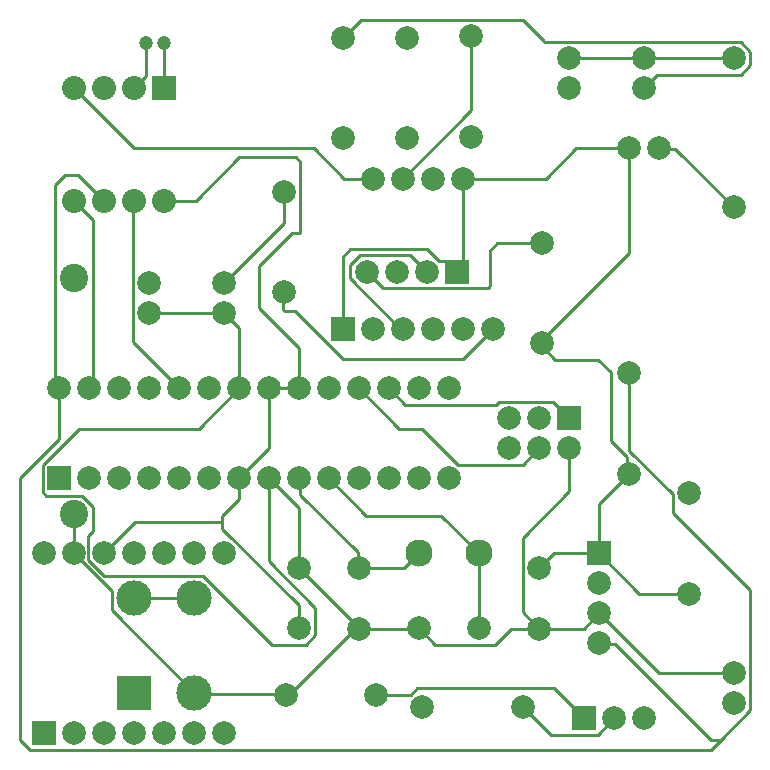
<source format=gtl>
G04*
G04 #@! TF.GenerationSoftware,Altium Limited,Altium Designer,21.7.2 (23)*
G04*
G04 Layer_Physical_Order=1*
G04 Layer_Color=255*
%FSLAX25Y25*%
%MOIN*%
G70*
G04*
G04 #@! TF.SameCoordinates,5A2C8144-CC96-4660-950F-F598549C9966*
G04*
G04*
G04 #@! TF.FilePolarity,Positive*
G04*
G01*
G75*
%ADD11C,0.01000*%
%ADD22C,0.09449*%
%ADD23C,0.07874*%
%ADD24R,0.07874X0.07874*%
%ADD25C,0.09055*%
%ADD26R,0.11811X0.11811*%
%ADD27C,0.11811*%
%ADD28C,0.04724*%
%ADD29C,0.08000*%
%ADD30R,0.08000X0.08000*%
%ADD31R,0.07874X0.07874*%
D11*
X90000Y23000D02*
X91209D01*
X113228Y45020D01*
X114437D01*
X89699Y23301D02*
X90000Y23000D01*
X59516Y23602D02*
X59817Y23301D01*
X89699D01*
X178339Y9661D02*
X194000D01*
X199437Y15098D01*
X169000Y19000D02*
X178339Y9661D01*
X133945Y25098D02*
X179437D01*
X131846Y23000D02*
X133945Y25098D01*
X120000Y23000D02*
X131846D01*
X235014Y7986D02*
X244874Y17846D01*
X231689Y4661D02*
X235014Y7986D01*
X194712Y39824D02*
X199874D01*
X194437Y40098D02*
X194712Y39824D01*
X199874D02*
X231712Y7986D01*
X235014D01*
X5000Y4661D02*
X231689D01*
X179437Y25098D02*
X189437Y15098D01*
X151947Y217947D02*
Y242465D01*
X129000Y195000D02*
X151947Y217947D01*
X131563Y169437D02*
X137000Y164000D01*
X109000Y169000D02*
X111437Y171437D01*
X109000Y145000D02*
Y169000D01*
X111437Y171437D02*
X137252D01*
X141252Y167437D01*
X143563D01*
X147000Y164000D01*
X128311Y145000D02*
X129000D01*
X111563Y161748D02*
X128311Y145000D01*
X111563Y161748D02*
Y166252D01*
X114748Y169437D01*
X131563D01*
X160563Y173563D02*
X175631D01*
X158000Y171000D02*
X160563Y173563D01*
X122437Y158563D02*
X157414D01*
X158000Y159149D01*
Y171000D01*
X117000Y164000D02*
X122437Y158563D01*
X89000Y151586D02*
X89586Y151000D01*
X93000D01*
X89000Y156661D02*
X89437Y157098D01*
X89000Y151586D02*
Y156661D01*
X93000Y151000D02*
X109000Y135000D01*
X149000D02*
X159000Y145000D01*
X109000Y135000D02*
X149000D01*
X94874Y177000D02*
Y200661D01*
X81000Y166000D02*
X92000Y177000D01*
X94874D01*
X81000Y152000D02*
Y166000D01*
X94437Y125098D02*
Y138563D01*
X81000Y152000D02*
X94437Y138563D01*
X147000Y164000D02*
X149000Y166000D01*
Y195000D01*
X138000Y194000D02*
X139000Y195000D01*
X137000Y164000D02*
X138000Y165000D01*
X109535Y195000D02*
X119000D01*
X99449Y205086D02*
X109535Y195000D01*
X149000D02*
X176839D01*
X186937Y205098D01*
X176000Y240535D02*
X241689D01*
X176000D02*
Y241000D01*
X169000Y248000D02*
X176000Y241000D01*
X115000Y248000D02*
X169000D01*
X109000Y242000D02*
X115000Y248000D01*
X174437Y140098D02*
X204437Y170098D01*
Y205098D01*
X74562Y202098D02*
X93437D01*
X94874Y200661D01*
X1437Y7927D02*
Y95098D01*
X9000Y90540D02*
X10217Y89323D01*
X22015D01*
X19437Y70098D02*
Y83098D01*
X22015Y89323D02*
X25661Y85677D01*
X24000Y67846D02*
Y75931D01*
X25661Y77592D01*
Y85677D01*
X19437Y70098D02*
X32032Y57504D01*
X24000Y67846D02*
X29342Y62504D01*
X32032Y51087D02*
Y57504D01*
X29437Y70098D02*
X39782Y80443D01*
X32032Y51087D02*
X59516Y23602D01*
X29342Y62504D02*
X62583D01*
X39437Y55098D02*
X59516D01*
X39782Y80443D02*
X68851D01*
X62583Y62504D02*
X85426Y39661D01*
X96689D01*
X94437Y45098D02*
Y52788D01*
X96689Y39661D02*
X99874Y42846D01*
Y52051D01*
X94437Y65098D02*
X114437Y45098D01*
Y45020D02*
Y45098D01*
Y45020D02*
X114476Y45059D01*
X134319D01*
X134358Y45098D01*
X139795Y39661D01*
X159702D01*
X68851Y78373D02*
Y80443D01*
Y82513D01*
X74437Y88098D01*
Y95098D01*
X68851Y78373D02*
X94437Y52788D01*
X84437Y67488D02*
Y95098D01*
X94437Y85098D01*
X84437Y67488D02*
X99874Y52051D01*
X94437Y65098D02*
Y65177D01*
Y85098D01*
Y95098D02*
X94874Y94661D01*
Y89661D02*
Y94661D01*
Y89661D02*
X114000Y70535D01*
X104437Y95098D02*
X116937Y82598D01*
X114000Y65535D02*
Y70535D01*
Y65535D02*
X114437Y65098D01*
X129358D01*
X116937Y82598D02*
X141937D01*
X129358Y65098D02*
X134358Y70098D01*
X141937Y82598D02*
X154437Y70098D01*
X1437Y95098D02*
X14437Y108098D01*
X9000Y90540D02*
Y99657D01*
X13213Y126323D02*
X14437Y125098D01*
Y108098D02*
Y125098D01*
X9000Y99657D02*
X21063Y111720D01*
X24437Y125098D02*
X25661Y126323D01*
Y181374D01*
X21063Y111720D02*
X61058D01*
X114437Y125098D02*
X127813Y111722D01*
X13213Y126323D02*
Y192874D01*
X16437Y196098D01*
X20937D01*
X19437Y187598D02*
X25661Y181374D01*
X20937Y196098D02*
X29437Y187598D01*
X19437Y225098D02*
X39449Y205086D01*
X39000Y140535D02*
Y187161D01*
X39437Y187598D01*
Y225098D02*
X43532Y229193D01*
Y240098D01*
X49437Y225098D02*
Y240098D01*
X74437Y95098D02*
X84437Y105098D01*
Y125098D01*
X94437D01*
X49437Y187598D02*
X60062D01*
X74562Y202098D01*
X39449Y205086D02*
X99449D01*
X69437Y160098D02*
X89437Y180098D01*
X39000Y140535D02*
X54437Y125098D01*
X61058Y111720D02*
X74437Y125098D01*
X69437Y150098D02*
X74437Y145098D01*
X44437Y150098D02*
X69437D01*
X74437Y125098D02*
Y145098D01*
X193921Y39583D02*
X194437Y40098D01*
X159702Y39661D02*
X165060Y45020D01*
X174437D02*
X189358D01*
X165060D02*
X174437D01*
X189358D02*
X194437Y50098D01*
X169000Y50457D02*
X174437Y45020D01*
X154437Y45098D02*
Y70098D01*
X169000Y50457D02*
Y75324D01*
X174437Y65098D02*
X179437Y70098D01*
X194437D01*
Y86634D01*
X169000Y75324D02*
X184437Y90761D01*
Y105098D01*
X147563Y99661D02*
X169000D01*
X174437Y105098D01*
X214437Y30098D02*
X239437D01*
X244874Y17846D02*
Y57824D01*
X194437Y50098D02*
X214437Y30098D01*
X207902Y56634D02*
X224437D01*
X194437Y70098D02*
X207902Y56634D01*
X219000Y83698D02*
X244874Y57824D01*
X219000Y83698D02*
Y89760D01*
X194437Y86634D02*
X204437Y96634D01*
X203861Y97210D02*
X204437Y96634D01*
Y104323D02*
X219000Y89760D01*
X203861Y97210D02*
Y102071D01*
X198437Y107494D02*
X203861Y102071D01*
X194302Y134648D02*
X198437Y130513D01*
X179888Y134648D02*
X194302D01*
X209437Y225098D02*
X213969Y229630D01*
X241658D01*
X244874Y232846D01*
X184437Y235098D02*
X209437D01*
X239437D01*
X244874Y232846D02*
Y237351D01*
X241689Y240535D02*
X244874Y237351D01*
X174437Y140098D02*
X179888Y134648D01*
X179000Y120535D02*
X184437Y115098D01*
X160155Y119661D02*
X161030Y120535D01*
X179000D01*
X186937Y205098D02*
X204437D01*
X219874Y205055D02*
X239437Y185492D01*
X214480Y205055D02*
X219874D01*
X214437Y205098D02*
X214480Y205055D01*
X198437Y107494D02*
Y130513D01*
X204437Y104323D02*
Y130098D01*
X1437Y7927D02*
X4851Y4513D01*
X5000Y4661D01*
X89437Y180098D02*
Y190563D01*
X127813Y111722D02*
X135502D01*
X124437Y125098D02*
X129874Y119661D01*
X160155D01*
X135502Y111722D02*
X147563Y99661D01*
D22*
X19437Y83098D02*
D03*
Y161839D02*
D03*
D23*
X169000Y19000D02*
D03*
X135535D02*
D03*
X120000Y23000D02*
D03*
X90000D02*
D03*
X239437Y235098D02*
D03*
Y185492D02*
D03*
X19437Y10256D02*
D03*
X29437D02*
D03*
X39437D02*
D03*
X49437D02*
D03*
X59437D02*
D03*
X69437D02*
D03*
X9437Y70098D02*
D03*
X19437D02*
D03*
X29437D02*
D03*
X39437D02*
D03*
X49437D02*
D03*
X59437D02*
D03*
X69437D02*
D03*
X174437Y115098D02*
D03*
X164437D02*
D03*
X184437Y105098D02*
D03*
X174437D02*
D03*
X164437D02*
D03*
X144437Y125098D02*
D03*
X134437D02*
D03*
X124437D02*
D03*
X114437D02*
D03*
X104437D02*
D03*
X94437D02*
D03*
X84437D02*
D03*
X74437D02*
D03*
X64437D02*
D03*
X54437D02*
D03*
X44437D02*
D03*
X34437D02*
D03*
X24437D02*
D03*
X14437D02*
D03*
X144437Y95098D02*
D03*
X134437D02*
D03*
X124437D02*
D03*
X114437D02*
D03*
X104437D02*
D03*
X94437D02*
D03*
X84437D02*
D03*
X74437D02*
D03*
X64437D02*
D03*
X54437D02*
D03*
X44437D02*
D03*
X34437D02*
D03*
X24437D02*
D03*
X114437Y45020D02*
D03*
Y65098D02*
D03*
X154437Y45098D02*
D03*
X134358D02*
D03*
X174437Y45020D02*
D03*
Y65098D02*
D03*
X94437Y45098D02*
D03*
Y65177D02*
D03*
X224437Y90098D02*
D03*
Y56634D02*
D03*
X151947Y209000D02*
D03*
Y242465D02*
D03*
X89437Y190563D02*
D03*
Y157098D02*
D03*
X130473Y208535D02*
D03*
Y242000D02*
D03*
X109000Y208535D02*
D03*
Y242000D02*
D03*
X204437Y96634D02*
D03*
Y130098D02*
D03*
X175631Y140098D02*
D03*
Y173563D02*
D03*
X137000Y164000D02*
D03*
X127000D02*
D03*
X117000D02*
D03*
X214437Y205098D02*
D03*
X204437D02*
D03*
X194437Y40098D02*
D03*
Y50098D02*
D03*
Y60098D02*
D03*
X149000Y195000D02*
D03*
X139000D02*
D03*
X129000D02*
D03*
X119000D02*
D03*
X159000Y145000D02*
D03*
X149000D02*
D03*
X139000D02*
D03*
X129000D02*
D03*
X119000D02*
D03*
X209437Y15098D02*
D03*
X199437D02*
D03*
X239437Y30098D02*
D03*
Y20098D02*
D03*
X44437Y150098D02*
D03*
Y160098D02*
D03*
X69437Y150098D02*
D03*
Y160098D02*
D03*
X209437Y235098D02*
D03*
Y225098D02*
D03*
X184437Y235098D02*
D03*
Y225098D02*
D03*
D24*
X9437Y10256D02*
D03*
X184437Y115098D02*
D03*
X14437Y95098D02*
D03*
X147000Y164000D02*
D03*
X109000Y145000D02*
D03*
X189437Y15098D02*
D03*
D25*
X134358Y70098D02*
D03*
X154437D02*
D03*
D26*
X39437Y23602D02*
D03*
D27*
X59516D02*
D03*
X39437Y55098D02*
D03*
X59516D02*
D03*
D28*
X43532Y240098D02*
D03*
X49437D02*
D03*
D29*
X19437Y187598D02*
D03*
X29437D02*
D03*
X39437D02*
D03*
X49437D02*
D03*
X19437Y225098D02*
D03*
X29437D02*
D03*
X39437D02*
D03*
D30*
X49437D02*
D03*
D31*
X194437Y70098D02*
D03*
M02*

</source>
